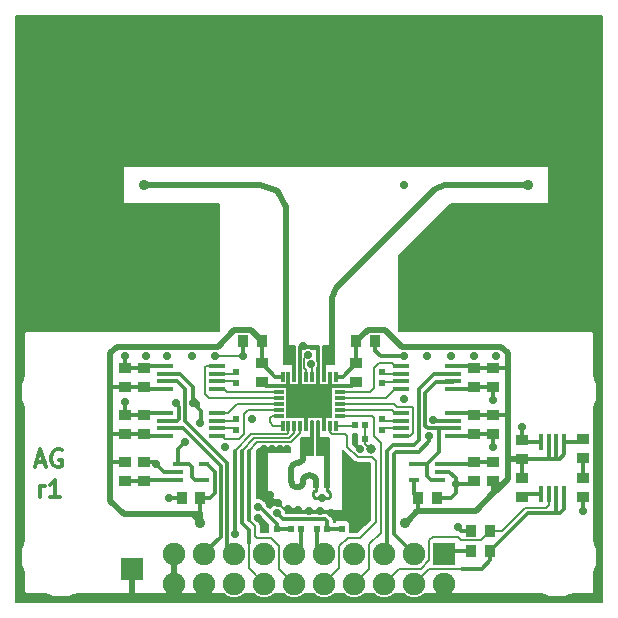
<source format=gtl>
G04 #@! TF.GenerationSoftware,KiCad,Pcbnew,no-vcs-found-e79f978~58~ubuntu14.04.1*
G04 #@! TF.CreationDate,2017-05-18T21:28:03+01:00*
G04 #@! TF.ProjectId,bikedar,62696B656461722E6B696361645F7063,rev?*
G04 #@! TF.FileFunction,Copper,L1,Top,Signal*
G04 #@! TF.FilePolarity,Positive*
%FSLAX46Y46*%
G04 Gerber Fmt 4.6, Leading zero omitted, Abs format (unit mm)*
G04 Created by KiCad (PCBNEW no-vcs-found-e79f978~58~ubuntu14.04.1) date Thu May 18 21:28:03 2017*
%MOMM*%
%LPD*%
G01*
G04 APERTURE LIST*
%ADD10C,0.100000*%
%ADD11C,0.300000*%
%ADD12C,0.900000*%
%ADD13R,1.000000X0.950000*%
%ADD14R,0.950000X1.000000*%
%ADD15R,0.620000X0.620000*%
%ADD16R,0.950000X0.400000*%
%ADD17C,0.800000*%
%ADD18R,1.900000X1.900000*%
%ADD19C,1.900000*%
%ADD20R,1.450000X0.450000*%
%ADD21R,0.450000X1.450000*%
%ADD22R,0.300000X0.850000*%
%ADD23R,0.850000X0.300000*%
%ADD24C,0.700000*%
%ADD25R,3.900000X2.900000*%
%ADD26C,0.200000*%
%ADD27C,0.150000*%
%ADD28C,0.500000*%
%ADD29C,0.280000*%
G04 APERTURE END LIST*
D10*
D11*
X51892857Y-87975000D02*
X52607142Y-87975000D01*
X51750000Y-88403571D02*
X52250000Y-86903571D01*
X52750000Y-88403571D01*
X54035714Y-86975000D02*
X53892857Y-86903571D01*
X53678571Y-86903571D01*
X53464285Y-86975000D01*
X53321428Y-87117857D01*
X53250000Y-87260714D01*
X53178571Y-87546428D01*
X53178571Y-87760714D01*
X53250000Y-88046428D01*
X53321428Y-88189285D01*
X53464285Y-88332142D01*
X53678571Y-88403571D01*
X53821428Y-88403571D01*
X54035714Y-88332142D01*
X54107142Y-88260714D01*
X54107142Y-87760714D01*
X53821428Y-87760714D01*
X52178571Y-90953571D02*
X52178571Y-89953571D01*
X52178571Y-90239285D02*
X52250000Y-90096428D01*
X52321428Y-90025000D01*
X52464285Y-89953571D01*
X52607142Y-89953571D01*
X53892857Y-90953571D02*
X53035714Y-90953571D01*
X53464285Y-90953571D02*
X53464285Y-89453571D01*
X53321428Y-89667857D01*
X53178571Y-89810714D01*
X53035714Y-89882142D01*
D12*
X93500000Y-64500000D03*
D13*
X59400000Y-84000000D03*
X59400000Y-85600000D03*
X90600000Y-84000000D03*
X90600000Y-85600000D03*
X98200000Y-90950000D03*
X98200000Y-89350000D03*
X98200000Y-86050000D03*
X98200000Y-87650000D03*
D14*
X79000000Y-77750000D03*
X80600000Y-77750000D03*
D15*
X79750000Y-86000000D03*
X78850000Y-86000000D03*
X68800000Y-84350000D03*
X68800000Y-85250000D03*
X81200000Y-80350000D03*
X81200000Y-81250000D03*
X81200000Y-85250000D03*
X81200000Y-84350000D03*
X68800000Y-80350000D03*
X68800000Y-81250000D03*
X72250000Y-93600000D03*
X71350000Y-93600000D03*
X77750000Y-93600000D03*
X78650000Y-93600000D03*
X76550000Y-93600000D03*
X75650000Y-93600000D03*
X74350000Y-93600000D03*
X73450000Y-93600000D03*
X75600000Y-89900000D03*
X76500000Y-89900000D03*
D13*
X93000000Y-86100000D03*
X93000000Y-87700000D03*
X79000000Y-79600000D03*
X79000000Y-81200000D03*
X61000000Y-88000000D03*
X61000000Y-89600000D03*
X59400000Y-88000000D03*
X59400000Y-89600000D03*
D14*
X65800000Y-91000000D03*
X64200000Y-91000000D03*
D16*
X63900000Y-88150000D03*
X63900000Y-88800000D03*
X63900000Y-89450000D03*
X66100000Y-89450000D03*
X66100000Y-88150000D03*
D13*
X90600000Y-80000000D03*
X90600000Y-81600000D03*
D17*
X80200000Y-86850000D03*
D18*
X60000000Y-97000000D03*
D14*
X90300000Y-93800000D03*
X88700000Y-93800000D03*
D18*
X86430000Y-95730000D03*
D19*
X86430000Y-98270000D03*
X83890000Y-95730000D03*
X83890000Y-98270000D03*
X81350000Y-95730000D03*
X81350000Y-98270000D03*
X78810000Y-95730000D03*
X78810000Y-98270000D03*
X76270000Y-95730000D03*
X76270000Y-98270000D03*
X73730000Y-95730000D03*
X73730000Y-98270000D03*
X71190000Y-95730000D03*
X71190000Y-98270000D03*
X68650000Y-95730000D03*
X68650000Y-98270000D03*
X66110000Y-95730000D03*
X66110000Y-98270000D03*
X63570000Y-95730000D03*
X63570000Y-98270000D03*
D15*
X79750000Y-84800000D03*
X78850000Y-84800000D03*
D13*
X90600000Y-88000000D03*
X90600000Y-89600000D03*
X89000000Y-88000000D03*
X89000000Y-89600000D03*
D14*
X88700000Y-95500000D03*
X90300000Y-95500000D03*
X84200000Y-91000000D03*
X85800000Y-91000000D03*
D13*
X61000000Y-80000000D03*
X61000000Y-81600000D03*
X93000000Y-90900000D03*
X93000000Y-89300000D03*
X59400000Y-81600000D03*
X59400000Y-80000000D03*
X71000000Y-81200000D03*
X71000000Y-79600000D03*
D14*
X71000000Y-77750000D03*
X69400000Y-77750000D03*
D13*
X89000000Y-85600000D03*
X89000000Y-84000000D03*
X89000000Y-80000000D03*
X89000000Y-81600000D03*
X61000000Y-85600000D03*
X61000000Y-84000000D03*
D20*
X67200000Y-81775000D03*
X67200000Y-81125000D03*
X67200000Y-80475000D03*
X67200000Y-79825000D03*
X62800000Y-79825000D03*
X62800000Y-80475000D03*
X62800000Y-81125000D03*
X62800000Y-81775000D03*
X62800000Y-85775000D03*
X62800000Y-85125000D03*
X62800000Y-84475000D03*
X62800000Y-83825000D03*
X67200000Y-83825000D03*
X67200000Y-84475000D03*
X67200000Y-85125000D03*
X67200000Y-85775000D03*
X82800000Y-79825000D03*
X82800000Y-80475000D03*
X82800000Y-81125000D03*
X82800000Y-81775000D03*
X87200000Y-81775000D03*
X87200000Y-81125000D03*
X87200000Y-80475000D03*
X87200000Y-79825000D03*
X87200000Y-83825000D03*
X87200000Y-84475000D03*
X87200000Y-85125000D03*
X87200000Y-85775000D03*
X82800000Y-85775000D03*
X82800000Y-85125000D03*
X82800000Y-84475000D03*
X82800000Y-83825000D03*
D21*
X96575000Y-86300000D03*
X95925000Y-86300000D03*
X95275000Y-86300000D03*
X94625000Y-86300000D03*
X94625000Y-90700000D03*
X95275000Y-90700000D03*
X95925000Y-90700000D03*
X96575000Y-90700000D03*
D22*
X77250000Y-80725000D03*
X76750000Y-80725000D03*
X76250000Y-80725000D03*
X75750000Y-80725000D03*
X75250000Y-80725000D03*
X74750000Y-80725000D03*
X74250000Y-80725000D03*
X73750000Y-80725000D03*
X73250000Y-80725000D03*
X72750000Y-80725000D03*
D23*
X72425000Y-81550000D03*
X72425000Y-82050000D03*
X72425000Y-82550000D03*
X72425000Y-83050000D03*
X72425000Y-83550000D03*
X72425000Y-84050000D03*
D22*
X72750000Y-84875000D03*
X73250000Y-84875000D03*
X73750000Y-84875000D03*
X74250000Y-84875000D03*
X74750000Y-84875000D03*
X75250000Y-84875000D03*
X75750000Y-84875000D03*
X76250000Y-84875000D03*
X76750000Y-84875000D03*
X77250000Y-84875000D03*
D23*
X77575000Y-84050000D03*
X77575000Y-83550000D03*
X77575000Y-83050000D03*
X77575000Y-82550000D03*
X77575000Y-82050000D03*
X77575000Y-81550000D03*
D24*
X76300000Y-82150000D03*
X75000000Y-82150000D03*
X73700000Y-82150000D03*
X76300000Y-83450000D03*
X75000000Y-83450000D03*
X73700000Y-83450000D03*
D25*
X75000000Y-82800000D03*
D16*
X86100000Y-89450000D03*
X86100000Y-88800000D03*
X86100000Y-88150000D03*
X83900000Y-88150000D03*
X83900000Y-89450000D03*
D12*
X61000000Y-64500000D03*
D24*
X79650000Y-88350000D03*
X74450000Y-78150000D03*
X90800000Y-79000000D03*
X70200000Y-84300000D03*
X67900000Y-86700000D03*
X70700000Y-92700000D03*
X55100000Y-99500000D03*
X52900000Y-99500000D03*
X94900000Y-99500000D03*
X97100000Y-99500000D03*
X50500000Y-83100000D03*
X50500000Y-80900000D03*
X50500000Y-97100000D03*
X50500000Y-94900000D03*
X99500000Y-97100000D03*
X99500000Y-94900000D03*
X99500000Y-83100000D03*
X99500000Y-80900000D03*
X89000000Y-99500000D03*
X91000000Y-99500000D03*
X93000000Y-99500000D03*
X99000000Y-99500000D03*
X99500000Y-99000000D03*
X99500000Y-93000000D03*
X99500000Y-91000000D03*
X99500000Y-89000000D03*
X99500000Y-87000000D03*
X99500000Y-85000000D03*
X99500000Y-79000000D03*
X99500000Y-77000000D03*
X99500000Y-75000000D03*
X99500000Y-73000000D03*
X99500000Y-71000000D03*
X99500000Y-69000000D03*
X99500000Y-67000000D03*
X99500000Y-65000000D03*
X99500000Y-63000000D03*
X99500000Y-61000000D03*
X99500000Y-59000000D03*
X99500000Y-57000000D03*
X99500000Y-55000000D03*
X99500000Y-53000000D03*
X99500000Y-51000000D03*
X63100000Y-91000000D03*
X83000000Y-50500000D03*
X67000000Y-68500000D03*
X90600000Y-82700000D03*
X59400000Y-82900000D03*
X90600000Y-86700000D03*
X98200000Y-92100000D03*
X93000000Y-85000000D03*
X65100000Y-78999992D03*
X61200000Y-79000000D03*
X63000000Y-79000000D03*
X83000000Y-82600000D03*
X87600000Y-93500000D03*
X78700000Y-90800000D03*
X78100000Y-91400000D03*
X78800000Y-90000000D03*
X78800000Y-88600000D03*
X79290000Y-86850000D03*
X73150000Y-86900000D03*
X72500000Y-86900000D03*
X71850000Y-86900000D03*
X71200000Y-86900000D03*
X75900000Y-92100000D03*
X75000000Y-92100000D03*
X74100000Y-92000000D03*
X89000000Y-79000000D03*
X87000000Y-79000000D03*
X85000000Y-79000000D03*
X83000000Y-79000000D03*
X69400000Y-79000000D03*
X67000000Y-79000000D03*
X83000000Y-76500000D03*
X83000000Y-74500000D03*
X83000000Y-72500000D03*
X83000000Y-70500000D03*
X67000000Y-70500000D03*
X67000000Y-72500000D03*
X67000000Y-74500000D03*
X67000000Y-76500000D03*
X83000000Y-64500000D03*
X83000000Y-62500000D03*
X83000000Y-60500000D03*
X83000000Y-58500000D03*
X83000000Y-56500000D03*
X83000000Y-54500000D03*
X83000000Y-52500000D03*
X67000000Y-66500000D03*
X67000000Y-62500000D03*
X67000000Y-60500000D03*
X67000000Y-58500000D03*
X67000000Y-56500000D03*
X67000000Y-54500000D03*
X67000000Y-52500000D03*
X61000000Y-99500000D03*
X59000000Y-99500000D03*
X57000000Y-99500000D03*
X51000000Y-99500000D03*
X50500000Y-99000000D03*
X50500000Y-93000000D03*
X50500000Y-91000000D03*
X50500000Y-89000000D03*
X50500000Y-87000000D03*
X50500000Y-85000000D03*
X50500000Y-79000000D03*
X67000000Y-50500000D03*
X50500000Y-51000000D03*
X50500000Y-53000000D03*
X50500000Y-55000000D03*
X50500000Y-57000000D03*
X50500000Y-59000000D03*
X50500000Y-61000000D03*
X50500000Y-63000000D03*
X50500000Y-65000000D03*
X50500000Y-67000000D03*
X50500000Y-69000000D03*
X50500000Y-71000000D03*
X50500000Y-73000000D03*
X50500000Y-75000000D03*
X50500000Y-77000000D03*
X79900000Y-92350000D03*
X79900000Y-89450000D03*
X79900000Y-91050000D03*
X78800000Y-89250000D03*
X78000000Y-92300000D03*
X76850000Y-92300000D03*
X73200000Y-91950000D03*
X72350000Y-91400000D03*
X71700000Y-90750000D03*
X71200000Y-89950000D03*
X71200000Y-89200000D03*
X71200000Y-88400000D03*
X71200000Y-87550000D03*
X78950000Y-92400000D03*
X59400000Y-78950000D03*
X62000000Y-88100000D03*
X87400000Y-89800000D03*
D12*
X83150000Y-93149996D03*
X65800000Y-93150000D03*
D24*
X75200000Y-79700000D03*
X72300000Y-92300000D03*
X74900000Y-78900000D03*
X70700000Y-91800000D03*
X68700000Y-94100000D03*
X85150000Y-85800000D03*
X85500000Y-84400000D03*
X65800000Y-84700000D03*
X64500000Y-86300000D03*
X65200000Y-83000000D03*
X63700000Y-83000000D03*
X76050000Y-91040000D03*
D26*
X74250000Y-80725000D02*
X74250000Y-78350000D01*
X74250000Y-78350000D02*
X74450000Y-78150000D01*
X75750000Y-78250000D02*
X75750000Y-79150000D01*
X74250000Y-78250000D02*
X75750000Y-78250000D01*
X74250000Y-80725000D02*
X74250000Y-78250000D01*
D27*
X75800000Y-80675000D02*
X75750000Y-80725000D01*
D11*
X71350000Y-93600000D02*
X71350000Y-93350000D01*
X71350000Y-93350000D02*
X70700000Y-92700000D01*
D27*
X76850000Y-92300000D02*
X76100000Y-92300000D01*
X76100000Y-92300000D02*
X75900000Y-92100000D01*
D26*
X52900000Y-99500000D02*
X55100000Y-99500000D01*
X94900000Y-99500000D02*
X93000000Y-99500000D01*
X99000000Y-99500000D02*
X97100000Y-99500000D01*
X50500000Y-83100000D02*
X50500000Y-85000000D01*
X50500000Y-94900000D02*
X50500000Y-97100000D01*
X99500000Y-97100000D02*
X99500000Y-99000000D01*
X99500000Y-93000000D02*
X99500000Y-94900000D01*
X99500000Y-83100000D02*
X99500000Y-81100000D01*
X99500000Y-81100000D02*
X99600000Y-81000000D01*
X91000000Y-99500000D02*
X89000000Y-99500000D01*
X99500000Y-89000000D02*
X99500000Y-91000000D01*
X99500000Y-85000000D02*
X99500000Y-87000000D01*
X99500000Y-77000000D02*
X99500000Y-79000000D01*
X99500000Y-73000000D02*
X99500000Y-75000000D01*
X99500000Y-69000000D02*
X99500000Y-71000000D01*
X99500000Y-65000000D02*
X99500000Y-67000000D01*
X99500000Y-61000000D02*
X99500000Y-63000000D01*
X99500000Y-57000000D02*
X99500000Y-59000000D01*
X99500000Y-53000000D02*
X99500000Y-55000000D01*
X99000000Y-50500000D02*
X99500000Y-51000000D01*
D28*
X63570000Y-95730000D02*
X63570000Y-98270000D01*
X60000000Y-99500000D02*
X59000000Y-99500000D01*
X60000000Y-97000000D02*
X60000000Y-99500000D01*
D11*
X64200000Y-91000000D02*
X63100000Y-91000000D01*
X67000000Y-70500000D02*
X67000000Y-68500000D01*
X78950000Y-92400000D02*
X78950000Y-93300000D01*
X78950000Y-93300000D02*
X78650000Y-93600000D01*
X90600000Y-81600000D02*
X90600000Y-82700000D01*
X89000000Y-81600000D02*
X90600000Y-81600000D01*
X87200000Y-81800000D02*
X88800000Y-81800000D01*
X88800000Y-81800000D02*
X89000000Y-81600000D01*
X59400000Y-84000000D02*
X59400000Y-82900000D01*
X61000000Y-84000000D02*
X59400000Y-84000000D01*
X90600000Y-85600000D02*
X90600000Y-86700000D01*
X90600000Y-85600000D02*
X89000000Y-85600000D01*
X98200000Y-90950000D02*
X98200000Y-92100000D01*
X80600000Y-77750000D02*
X80600000Y-78550000D01*
X80600000Y-78550000D02*
X81050000Y-79000000D01*
X81050000Y-79000000D02*
X82575736Y-79000000D01*
X82575736Y-79000000D02*
X83000000Y-79000000D01*
X69400000Y-77750000D02*
X69400000Y-79000000D01*
X88700000Y-95500000D02*
X86660000Y-95500000D01*
X86660000Y-95500000D02*
X86430000Y-95730000D01*
X88700000Y-93800000D02*
X87900000Y-93800000D01*
X87900000Y-93800000D02*
X87600000Y-93500000D01*
D26*
X78100000Y-91400000D02*
X78700000Y-90800000D01*
X78000000Y-92300000D02*
X78000000Y-91500000D01*
X78450000Y-91050000D02*
X78399999Y-91100001D01*
X79900000Y-91050000D02*
X78450000Y-91050000D01*
X78399999Y-91100001D02*
X78100000Y-91400000D01*
X78000000Y-91500000D02*
X78100000Y-91400000D01*
X78800000Y-89250000D02*
X78800000Y-90000000D01*
X78800000Y-89250000D02*
X78800000Y-88600000D01*
X78850000Y-86000000D02*
X78850000Y-86410000D01*
X78850000Y-86410000D02*
X79290000Y-86850000D01*
D27*
X71850000Y-86900000D02*
X72500000Y-86900000D01*
X71200000Y-87550000D02*
X71200000Y-86900000D01*
D26*
X75000000Y-92100000D02*
X75900000Y-92100000D01*
X73200000Y-91950000D02*
X74050000Y-91950000D01*
X74050000Y-91950000D02*
X74100000Y-92000000D01*
X50500000Y-79000000D02*
X50500000Y-80900000D01*
X50500000Y-80900000D02*
X50400000Y-81000000D01*
X73200000Y-91950000D02*
X72900000Y-91950000D01*
X72900000Y-91950000D02*
X72350000Y-91400000D01*
X67000000Y-79000000D02*
X69400000Y-79000000D01*
D11*
X83000000Y-74500000D02*
X83000000Y-76500000D01*
X83000000Y-70500000D02*
X83000000Y-72500000D01*
X67000000Y-72500000D02*
X67000000Y-70500000D01*
X67000000Y-76500000D02*
X67000000Y-74500000D01*
X83000000Y-58500000D02*
X83000000Y-60500000D01*
X83000000Y-54500000D02*
X83000000Y-56500000D01*
X83000000Y-50500000D02*
X83000000Y-52500000D01*
X67000000Y-58500000D02*
X67000000Y-60500000D01*
X67000000Y-54500000D02*
X67000000Y-56500000D01*
X67000000Y-50500000D02*
X67000000Y-52500000D01*
D26*
X57000000Y-99500000D02*
X59000000Y-99500000D01*
X50500000Y-99000000D02*
X51000000Y-99500000D01*
X50500000Y-91000000D02*
X50500000Y-93000000D01*
X50500000Y-87000000D02*
X50500000Y-89000000D01*
X50500000Y-53000000D02*
X50500000Y-51000000D01*
X50500000Y-57000000D02*
X50500000Y-55000000D01*
X50500000Y-61000000D02*
X50500000Y-59000000D01*
X50500000Y-65000000D02*
X50500000Y-63000000D01*
X50500000Y-69000000D02*
X50500000Y-67000000D01*
X50500000Y-73000000D02*
X50500000Y-71000000D01*
X50500000Y-77000000D02*
X50500000Y-75000000D01*
X79900000Y-91050000D02*
X79900000Y-92350000D01*
X78950000Y-92400000D02*
X76950000Y-92400000D01*
X76950000Y-92400000D02*
X76850000Y-92300000D01*
X71200000Y-89950000D02*
X71200000Y-90250000D01*
X71200000Y-90250000D02*
X71700000Y-90750000D01*
X71200000Y-88400000D02*
X71200000Y-89200000D01*
D27*
X74250000Y-80450000D02*
X74250000Y-80725000D01*
X74174999Y-80374999D02*
X74250000Y-80450000D01*
D11*
X72425000Y-81550000D02*
X71350000Y-81550000D01*
X71350000Y-81550000D02*
X71000000Y-81200000D01*
X77575000Y-81550000D02*
X78650000Y-81550000D01*
X78650000Y-81550000D02*
X79000000Y-81200000D01*
X59400000Y-80000000D02*
X59400000Y-78950000D01*
X93000000Y-86100000D02*
X93000000Y-85000000D01*
X94625000Y-86300000D02*
X93200000Y-86300000D01*
X93200000Y-86300000D02*
X93000000Y-86100000D01*
X86810000Y-95350000D02*
X86430000Y-95730000D01*
X62700000Y-88800000D02*
X62000000Y-88100000D01*
D26*
X61900000Y-88000000D02*
X62000000Y-88100000D01*
D11*
X74750000Y-84875000D02*
X74750000Y-83050000D01*
X74750000Y-83050000D02*
X75000000Y-82800000D01*
X76250000Y-84875000D02*
X76250000Y-83500000D01*
X76250000Y-83500000D02*
X76300000Y-83450000D01*
X77575000Y-81550000D02*
X76250000Y-81550000D01*
X76250000Y-81550000D02*
X75000000Y-82800000D01*
X76750000Y-80725000D02*
X76750000Y-81450000D01*
X76750000Y-81450000D02*
X75400000Y-82800000D01*
X75400000Y-82800000D02*
X75000000Y-82800000D01*
X75750000Y-80725000D02*
X75750000Y-82050000D01*
X75750000Y-82050000D02*
X75000000Y-82800000D01*
X74250000Y-80725000D02*
X74250000Y-82050000D01*
X74250000Y-82050000D02*
X75000000Y-82800000D01*
X72425000Y-81550000D02*
X73750000Y-81550000D01*
X73750000Y-81550000D02*
X75000000Y-82800000D01*
X73250000Y-80725000D02*
X73250000Y-81450000D01*
X73250000Y-81450000D02*
X74600000Y-82800000D01*
X74600000Y-82800000D02*
X75000000Y-82800000D01*
X61900000Y-88000000D02*
X61000000Y-88000000D01*
X63900000Y-88800000D02*
X62700000Y-88800000D01*
X89000000Y-89800000D02*
X87400000Y-89800000D01*
X87400000Y-90600000D02*
X87400000Y-89800000D01*
X87000000Y-91000000D02*
X87400000Y-90600000D01*
X85800000Y-91000000D02*
X87000000Y-91000000D01*
X87400000Y-89325000D02*
X87400000Y-89800000D01*
X86100000Y-88800000D02*
X86875000Y-88800000D01*
X86875000Y-88800000D02*
X87400000Y-89325000D01*
X87200000Y-85775000D02*
X88825000Y-85775000D01*
X88825000Y-85775000D02*
X89000000Y-85600000D01*
X61000000Y-80000000D02*
X59400000Y-80000000D01*
X62800000Y-79825000D02*
X61175000Y-79825000D01*
X61175000Y-79825000D02*
X61000000Y-80000000D01*
X62800000Y-83825000D02*
X61175000Y-83825000D01*
X61175000Y-83825000D02*
X61000000Y-84000000D01*
X90600000Y-88000000D02*
X89000000Y-88000000D01*
X86100000Y-88150000D02*
X88950000Y-88150000D01*
X88950000Y-88150000D02*
X89000000Y-88200000D01*
D28*
X59300000Y-92400000D02*
X65200000Y-92400000D01*
X65200000Y-92400000D02*
X65400000Y-92400000D01*
X65800000Y-93150000D02*
X65800000Y-93000000D01*
X65800000Y-93000000D02*
X65200000Y-92400000D01*
D11*
X96575000Y-86300000D02*
X97950000Y-86300000D01*
X97950000Y-86300000D02*
X98200000Y-86050000D01*
X87200000Y-79850000D02*
X88850000Y-79850000D01*
X88850000Y-79850000D02*
X89000000Y-80000000D01*
X90600000Y-80000000D02*
X89000000Y-80000000D01*
D28*
X91800000Y-80000000D02*
X91800000Y-80400000D01*
X91800000Y-78800000D02*
X91800000Y-80000000D01*
D11*
X91800000Y-80000000D02*
X90600000Y-80000000D01*
X59400000Y-85600000D02*
X61000000Y-85600000D01*
X58150000Y-85600000D02*
X59400000Y-85600000D01*
X90600000Y-84000000D02*
X89000000Y-84000000D01*
X91800000Y-84000000D02*
X90600000Y-84000000D01*
D28*
X91800000Y-89400000D02*
X91800000Y-87900000D01*
X91800000Y-87900000D02*
X91800000Y-87750000D01*
X93000000Y-87700000D02*
X92000000Y-87700000D01*
X92000000Y-87700000D02*
X91800000Y-87900000D01*
X81450000Y-76750000D02*
X79975000Y-76750000D01*
X79975000Y-76750000D02*
X79000000Y-77725000D01*
X82900000Y-78200000D02*
X81450000Y-76750000D01*
X91236002Y-78200000D02*
X82900000Y-78200000D01*
X91800000Y-78800000D02*
X91800000Y-78763998D01*
X91800000Y-78763998D02*
X91236002Y-78200000D01*
X58700000Y-78200000D02*
X58150000Y-78750000D01*
X58150000Y-78750000D02*
X58150000Y-81600000D01*
X67254998Y-78200000D02*
X58700000Y-78200000D01*
X70075000Y-76800000D02*
X68654998Y-76800000D01*
X68654998Y-76800000D02*
X67254998Y-78200000D01*
X71000000Y-77725000D02*
X70075000Y-76800000D01*
D11*
X91850000Y-87700000D02*
X91800000Y-87750000D01*
D28*
X91800000Y-87750000D02*
X91800000Y-84000000D01*
D11*
X93000000Y-87700000D02*
X93000000Y-89300000D01*
X79000000Y-77750000D02*
X79000000Y-77725000D01*
X79000000Y-79600000D02*
X79000000Y-77750000D01*
X71000000Y-77725000D02*
X71000000Y-77750000D01*
X71000000Y-78750000D02*
X71000000Y-77750000D01*
D28*
X90900000Y-90300000D02*
X91400000Y-89800000D01*
X91400000Y-89800000D02*
X91800000Y-89400000D01*
D11*
X90600000Y-89800000D02*
X91400000Y-89800000D01*
D28*
X89100000Y-92100000D02*
X90600000Y-90600000D01*
X90600000Y-90600000D02*
X90900000Y-90300000D01*
D11*
X90600000Y-89800000D02*
X90600000Y-90600000D01*
X90600000Y-89800000D02*
X90600000Y-90000000D01*
X90600000Y-90000000D02*
X90900000Y-90300000D01*
D28*
X84150000Y-92100000D02*
X89100000Y-92100000D01*
D11*
X93000000Y-89300000D02*
X92975000Y-89300000D01*
X79000000Y-79600000D02*
X79025000Y-79600000D01*
D28*
X91800000Y-80400000D02*
X91800000Y-80700000D01*
X91800000Y-80700000D02*
X91800000Y-84000000D01*
D11*
X83900000Y-89450000D02*
X83900000Y-90700000D01*
X83900000Y-90700000D02*
X84200000Y-91000000D01*
D28*
X83449999Y-92849997D02*
X83150000Y-93149996D01*
X84150000Y-92149996D02*
X83449999Y-92849997D01*
D11*
X84150000Y-92100000D02*
X84150000Y-92149996D01*
X77250000Y-80725000D02*
X77875000Y-80725000D01*
X77875000Y-80725000D02*
X79000000Y-79600000D01*
X72750000Y-80725000D02*
X72125000Y-80725000D01*
X72125000Y-80725000D02*
X71000000Y-79600000D01*
X71000000Y-78750000D02*
X71000000Y-79600000D01*
X58600000Y-81600000D02*
X58150000Y-81600000D01*
D28*
X58150000Y-81600000D02*
X58150000Y-83000000D01*
D11*
X59400000Y-81600000D02*
X58600000Y-81600000D01*
X67000000Y-90575000D02*
X67000000Y-88775000D01*
X67000000Y-88775000D02*
X66375000Y-88150000D01*
X66375000Y-88150000D02*
X66100000Y-88150000D01*
X65800000Y-91000000D02*
X66575000Y-91000000D01*
X66575000Y-91000000D02*
X67000000Y-90575000D01*
D28*
X65800000Y-93150000D02*
X65800000Y-92725736D01*
X65800000Y-92725736D02*
X65800000Y-92300000D01*
D11*
X84200000Y-91000000D02*
X84200000Y-92050000D01*
X84200000Y-92050000D02*
X84150000Y-92100000D01*
X93000000Y-87700000D02*
X95250000Y-87700000D01*
X95250000Y-87700000D02*
X95850000Y-87700000D01*
X95275000Y-86300000D02*
X95275000Y-87675000D01*
X95275000Y-87675000D02*
X95250000Y-87700000D01*
X95850000Y-87700000D02*
X96200000Y-87700000D01*
X95925000Y-87625000D02*
X95850000Y-87700000D01*
X95925000Y-86300000D02*
X95925000Y-87625000D01*
X96200000Y-87700000D02*
X96575000Y-87325000D01*
X96575000Y-87325000D02*
X96575000Y-86300000D01*
D28*
X65400000Y-92400000D02*
X65700000Y-92400000D01*
D11*
X65800000Y-91000000D02*
X65800000Y-92300000D01*
X65800000Y-92300000D02*
X65700000Y-92400000D01*
D28*
X58150000Y-83000000D02*
X58150000Y-85600000D01*
X58150000Y-85600000D02*
X58150000Y-88000000D01*
X58150000Y-88000000D02*
X58150000Y-91250000D01*
D11*
X59400000Y-88000000D02*
X58600000Y-88000000D01*
X58600000Y-88000000D02*
X58150000Y-88000000D01*
D28*
X58150000Y-91250000D02*
X59300000Y-92400000D01*
D11*
X87200000Y-83825000D02*
X88825000Y-83825000D01*
X88825000Y-83825000D02*
X89000000Y-84000000D01*
X62800000Y-85775000D02*
X61175000Y-85775000D01*
X61175000Y-85775000D02*
X61000000Y-85600000D01*
X61000000Y-81600000D02*
X59400000Y-81600000D01*
X62800000Y-81775000D02*
X61175000Y-81775000D01*
X61175000Y-81775000D02*
X61000000Y-81600000D01*
D27*
X75250000Y-80725000D02*
X75250000Y-79750000D01*
X75250000Y-79750000D02*
X75200000Y-79700000D01*
D11*
X72800000Y-92800000D02*
X72300000Y-92300000D01*
X72800000Y-92800000D02*
X76360000Y-92800000D01*
X76360000Y-92800000D02*
X76550000Y-92990000D01*
X76550000Y-92990000D02*
X76550000Y-93600000D01*
X76550000Y-93600000D02*
X77750000Y-93600000D01*
D27*
X74600000Y-80000000D02*
X74600000Y-79200000D01*
X74600000Y-79200000D02*
X74900000Y-78900000D01*
X74750000Y-80150000D02*
X74600000Y-80000000D01*
X74750000Y-80725000D02*
X74750000Y-80150000D01*
D11*
X72250000Y-93250000D02*
X70800000Y-91800000D01*
X70800000Y-91800000D02*
X70700000Y-91800000D01*
X72250000Y-93600000D02*
X72250000Y-93250000D01*
X72250000Y-93600000D02*
X73450000Y-93600000D01*
D26*
X68050000Y-82050000D02*
X67775000Y-81775000D01*
X67775000Y-81775000D02*
X67200000Y-81775000D01*
X72425000Y-82050000D02*
X68050000Y-82050000D01*
X72425000Y-82550000D02*
X66550000Y-82550000D01*
X66550000Y-82550000D02*
X66200000Y-82200000D01*
X66200000Y-79900000D02*
X66275000Y-79825000D01*
X66200000Y-82200000D02*
X66200000Y-79900000D01*
X66275000Y-79825000D02*
X67200000Y-79825000D01*
X67200000Y-83825000D02*
X68125000Y-83825000D01*
X68125000Y-83825000D02*
X68900000Y-83050000D01*
X68900000Y-83050000D02*
X71800000Y-83050000D01*
X71800000Y-83050000D02*
X72425000Y-83050000D01*
X67675000Y-85775000D02*
X67900000Y-86000000D01*
X67900000Y-86000000D02*
X69100000Y-86000000D01*
X67200000Y-85775000D02*
X67675000Y-85775000D01*
X69500000Y-85600000D02*
X69100000Y-86000000D01*
X69500000Y-83900000D02*
X69500000Y-85600000D01*
X69850000Y-83550000D02*
X69500000Y-83900000D01*
X72425000Y-83550000D02*
X69850000Y-83550000D01*
X71700000Y-84600000D02*
X71975000Y-84875000D01*
X71975000Y-84875000D02*
X72750000Y-84875000D01*
X71700000Y-84200000D02*
X71700000Y-84600000D01*
X71850000Y-84050000D02*
X71700000Y-84200000D01*
X72425000Y-84050000D02*
X71850000Y-84050000D01*
D11*
X68700000Y-88250000D02*
X68700000Y-87000000D01*
D26*
X68700000Y-94100000D02*
X68700000Y-93800000D01*
X73250000Y-84875000D02*
X73250000Y-85500000D01*
X73250000Y-85500000D02*
X73150000Y-85600000D01*
X73150000Y-85600000D02*
X70100000Y-85600000D01*
X70100000Y-85600000D02*
X68700000Y-87000000D01*
D11*
X68700000Y-93800000D02*
X68700000Y-88250000D01*
X69300000Y-88450000D02*
X69300000Y-87000000D01*
D26*
X73750000Y-84875000D02*
X73750000Y-85500000D01*
X73750000Y-85500000D02*
X73300000Y-85950000D01*
X73300000Y-85950000D02*
X70350000Y-85950000D01*
X70350000Y-85950000D02*
X69300000Y-87000000D01*
D11*
X69900000Y-94800000D02*
X69900000Y-93700000D01*
X69300000Y-93100000D02*
X69300000Y-88450000D01*
X69900000Y-93700000D02*
X69300000Y-93100000D01*
D26*
X69900000Y-94800000D02*
X69900000Y-96980000D01*
X69900000Y-96980000D02*
X71190000Y-98270000D01*
D11*
X69900000Y-92900000D02*
X69900000Y-87900000D01*
X69900000Y-87900000D02*
X69900000Y-87000000D01*
D26*
X74250000Y-84875000D02*
X74250000Y-85494988D01*
X74250000Y-85494988D02*
X73444988Y-86300000D01*
X73444988Y-86300000D02*
X70600000Y-86300000D01*
X70600000Y-86300000D02*
X69900000Y-87000000D01*
X70400000Y-94200000D02*
X70400000Y-93400000D01*
X70400000Y-93400000D02*
X69900000Y-92900000D01*
X70600000Y-94400000D02*
X70400000Y-94200000D01*
X71800000Y-94400000D02*
X70600000Y-94400000D01*
X72475000Y-95075000D02*
X71800000Y-94400000D01*
X72475000Y-97015000D02*
X72475000Y-95075000D01*
X73730000Y-98270000D02*
X72475000Y-97015000D01*
X76750000Y-84875000D02*
X76750000Y-85400002D01*
X78240000Y-86670000D02*
X79110000Y-87540000D01*
X80340000Y-87540000D02*
X80650000Y-87850000D01*
X80650000Y-87850000D02*
X80650000Y-93050000D01*
X76750000Y-85400002D02*
X76909998Y-85560000D01*
X76909998Y-85560000D02*
X78060000Y-85560000D01*
X78060000Y-85560000D02*
X78240000Y-85740000D01*
X78240000Y-85740000D02*
X78240000Y-86670000D01*
X80650000Y-93050000D02*
X79300000Y-94400000D01*
X78250000Y-94400000D02*
X77550000Y-95100000D01*
X77550000Y-96950000D02*
X76270000Y-98230000D01*
X76270000Y-98230000D02*
X76270000Y-98270000D01*
X79110000Y-87540000D02*
X80340000Y-87540000D01*
X79300000Y-94400000D02*
X78250000Y-94400000D01*
X77550000Y-95100000D02*
X77550000Y-96950000D01*
X77250000Y-84875000D02*
X78775000Y-84875000D01*
X78775000Y-84875000D02*
X78850000Y-84800000D01*
D27*
X77250000Y-84875000D02*
X77250000Y-85150000D01*
D26*
X77575000Y-84050000D02*
X80300000Y-84050000D01*
X80300000Y-84050000D02*
X80500000Y-84250000D01*
X80500000Y-84250000D02*
X80500000Y-85800000D01*
X81050000Y-86350000D02*
X81050000Y-93950000D01*
X80500000Y-85800000D02*
X81050000Y-86350000D01*
X81050000Y-93950000D02*
X80075000Y-94925000D01*
X80075000Y-94925000D02*
X80075000Y-97005000D01*
X80075000Y-97005000D02*
X78810000Y-98270000D01*
X82050000Y-83550000D02*
X82325000Y-83825000D01*
X82325000Y-83825000D02*
X82800000Y-83825000D01*
X77575000Y-83550000D02*
X82050000Y-83550000D01*
D27*
X82800000Y-83825000D02*
X82275000Y-83825000D01*
X82300000Y-83825000D02*
X82800000Y-83825000D01*
D26*
X83700000Y-83300000D02*
X83800000Y-83400000D01*
X83800000Y-83400000D02*
X83800000Y-85480002D01*
X82400000Y-83300000D02*
X83700000Y-83300000D01*
X82150000Y-83050000D02*
X82400000Y-83300000D01*
X77575000Y-83050000D02*
X82150000Y-83050000D01*
X82800000Y-85775000D02*
X83505002Y-85775000D01*
X83505002Y-85775000D02*
X83800000Y-85480002D01*
X81550000Y-82550000D02*
X82300000Y-81800000D01*
X77575000Y-82550000D02*
X81550000Y-82550000D01*
D27*
X82800000Y-81800000D02*
X82300000Y-81800000D01*
D26*
X82800000Y-79850000D02*
X82250000Y-79850000D01*
X82250000Y-79850000D02*
X82000000Y-79600000D01*
X80879998Y-79600000D02*
X80500000Y-79979998D01*
X82000000Y-79600000D02*
X80879998Y-79600000D01*
X80500000Y-79979998D02*
X80500000Y-81700000D01*
X80500000Y-81700000D02*
X80150000Y-82050000D01*
X80150000Y-82050000D02*
X77575000Y-82050000D01*
D27*
X82800000Y-79850000D02*
X82300000Y-79850000D01*
D11*
X94625000Y-90700000D02*
X93200000Y-90700000D01*
X93200000Y-90700000D02*
X93000000Y-90900000D01*
X93500000Y-92300000D02*
X95900000Y-92300000D01*
X95900000Y-92300000D02*
X95925000Y-92275000D01*
X95950000Y-92300000D02*
X96200000Y-92300000D01*
X95925000Y-90700000D02*
X95925000Y-92275000D01*
X95925000Y-92275000D02*
X95950000Y-92300000D01*
X96200000Y-92300000D02*
X96575000Y-91925000D01*
X96575000Y-91925000D02*
X96575000Y-90700000D01*
X93500000Y-92300000D02*
X90300000Y-95500000D01*
X90300000Y-95500000D02*
X90300000Y-96300000D01*
X90300000Y-96300000D02*
X89600000Y-97000000D01*
X89600000Y-97000000D02*
X87950000Y-97000000D01*
D26*
X83890000Y-98270000D02*
X85160000Y-97000000D01*
X85160000Y-97000000D02*
X87950000Y-97000000D01*
D11*
X83890000Y-95730000D02*
X82200000Y-94040000D01*
X82200000Y-94040000D02*
X82200000Y-87250000D01*
X82200000Y-87250000D02*
X82350000Y-87100000D01*
X82350000Y-87100000D02*
X84274264Y-87100000D01*
X84274264Y-87100000D02*
X85150000Y-86224264D01*
X85150000Y-86224264D02*
X85150000Y-85800000D01*
X85150000Y-85800000D02*
X85050000Y-85800000D01*
X87200000Y-84475000D02*
X85575000Y-84475000D01*
X85575000Y-84475000D02*
X85500000Y-84400000D01*
D26*
X82800000Y-85125000D02*
X81325000Y-85125000D01*
X81325000Y-85125000D02*
X81200000Y-85250000D01*
X82800000Y-84475000D02*
X81325000Y-84475000D01*
X81325000Y-84475000D02*
X81200000Y-84350000D01*
X82800000Y-80500000D02*
X81350000Y-80500000D01*
X81350000Y-80500000D02*
X81200000Y-80350000D01*
X82800000Y-81150000D02*
X81300000Y-81150000D01*
X81300000Y-81150000D02*
X81200000Y-81250000D01*
D11*
X81350000Y-95730000D02*
X81600000Y-95480000D01*
X81600000Y-95480000D02*
X81600000Y-87000000D01*
X81600000Y-87000000D02*
X82100000Y-86500000D01*
X82100000Y-86500000D02*
X83900000Y-86500000D01*
X83900000Y-86500000D02*
X84300000Y-86100000D01*
X84300000Y-86100000D02*
X84300000Y-81750000D01*
X84300000Y-81750000D02*
X85550000Y-80500000D01*
X85550000Y-80500000D02*
X87200000Y-80500000D01*
X62800000Y-85125000D02*
X64325000Y-85125000D01*
X66110000Y-95690000D02*
X66110000Y-95730000D01*
X64325000Y-85125000D02*
X67500000Y-88300000D01*
X67500000Y-88300000D02*
X67500000Y-94300000D01*
X67500000Y-94300000D02*
X66110000Y-95690000D01*
D26*
X67200000Y-84475000D02*
X68675000Y-84475000D01*
X68675000Y-84475000D02*
X68800000Y-84350000D01*
X67200000Y-85125000D02*
X68675000Y-85125000D01*
X68675000Y-85125000D02*
X68800000Y-85250000D01*
X67200000Y-81125000D02*
X68675000Y-81125000D01*
X68675000Y-81125000D02*
X68800000Y-81250000D01*
X67200000Y-80475000D02*
X68675000Y-80475000D01*
X68675000Y-80475000D02*
X68800000Y-80350000D01*
D11*
X75650000Y-93600000D02*
X75650000Y-95110000D01*
X75650000Y-95110000D02*
X76270000Y-95730000D01*
X74350000Y-93600000D02*
X74350000Y-95110000D01*
X74350000Y-95110000D02*
X73730000Y-95730000D01*
X74150000Y-95310000D02*
X73730000Y-95730000D01*
X68650000Y-95730000D02*
X68050000Y-95130000D01*
X68050000Y-95130000D02*
X68050000Y-88050000D01*
X68050000Y-88050000D02*
X64500000Y-84500000D01*
X64500000Y-84500000D02*
X64500000Y-81800000D01*
X64500000Y-81800000D02*
X63825000Y-81125000D01*
X63825000Y-81125000D02*
X62800000Y-81125000D01*
D26*
X79750000Y-86000000D02*
X79750000Y-86400000D01*
X79750000Y-86400000D02*
X80200000Y-86850000D01*
X79750000Y-84800000D02*
X79750000Y-86000000D01*
X93250000Y-91850000D02*
X95050000Y-91850000D01*
X95050000Y-91850000D02*
X95275000Y-91625000D01*
X95275000Y-91625000D02*
X95275000Y-90700000D01*
X81350000Y-98270000D02*
X82620000Y-97000000D01*
X87600000Y-94300000D02*
X87899999Y-94599999D01*
X90300000Y-93825000D02*
X90300000Y-93800000D01*
X82620000Y-97000000D02*
X84450000Y-97000000D01*
X84450000Y-97000000D02*
X85150000Y-96300000D01*
X87899999Y-94599999D02*
X89525001Y-94599999D01*
X89525001Y-94599999D02*
X90300000Y-93825000D01*
X85150000Y-96300000D02*
X85150000Y-94600000D01*
X85150000Y-94600000D02*
X85450000Y-94300000D01*
X85450000Y-94300000D02*
X87600000Y-94300000D01*
X93250000Y-91850000D02*
X91300000Y-93800000D01*
X91300000Y-93800000D02*
X90300000Y-93800000D01*
D11*
X61000000Y-89600000D02*
X59400000Y-89600000D01*
X63900000Y-89450000D02*
X61150000Y-89450000D01*
X61150000Y-89450000D02*
X61000000Y-89600000D01*
X65800000Y-84700000D02*
X65824265Y-84675735D01*
X65824265Y-84675735D02*
X65824265Y-83624265D01*
X65824265Y-83624265D02*
X65600000Y-83400000D01*
X65600000Y-83000000D02*
X65600000Y-83400000D01*
X65600000Y-83400000D02*
X65200000Y-83000000D01*
X65200000Y-82600000D02*
X65600000Y-83000000D01*
X65200000Y-82600000D02*
X65200000Y-83000000D01*
X65200000Y-81600000D02*
X65200000Y-82600000D01*
X63900000Y-88150000D02*
X63900000Y-86900000D01*
X63900000Y-86900000D02*
X64500000Y-86300000D01*
X65100000Y-88400000D02*
X64850000Y-88150000D01*
X64850000Y-88150000D02*
X63900000Y-88150000D01*
X65100000Y-89225000D02*
X65100000Y-88400000D01*
X66100000Y-89450000D02*
X65325000Y-89450000D01*
X65325000Y-89450000D02*
X65100000Y-89225000D01*
X64075000Y-80475000D02*
X65200000Y-81600000D01*
X62800000Y-80475000D02*
X64075000Y-80475000D01*
X64000000Y-83300000D02*
X63700000Y-83000000D01*
X64000000Y-84300000D02*
X64000000Y-83300000D01*
X62800000Y-84475000D02*
X63825000Y-84475000D01*
X63825000Y-84475000D02*
X64000000Y-84300000D01*
X85025000Y-85125000D02*
X86000000Y-85125000D01*
X86000000Y-85125000D02*
X87200000Y-85125000D01*
X86000000Y-85300000D02*
X86000000Y-85125000D01*
X84800000Y-84900000D02*
X85025000Y-85125000D01*
X84800000Y-82100000D02*
X84800000Y-84900000D01*
X85750000Y-81150000D02*
X84800000Y-82100000D01*
X87200000Y-81150000D02*
X85750000Y-81150000D01*
X86000000Y-85300000D02*
X86000000Y-87100000D01*
X86000000Y-87100000D02*
X84950000Y-88150000D01*
X87200000Y-85125000D02*
X86175000Y-85125000D01*
X85000000Y-89125000D02*
X85000000Y-88200000D01*
X83900000Y-88150000D02*
X84950000Y-88150000D01*
X84950000Y-88150000D02*
X85000000Y-88200000D01*
X85325000Y-89450000D02*
X85000000Y-89125000D01*
X86100000Y-89450000D02*
X85325000Y-89450000D01*
D28*
X93500000Y-64500000D02*
X86500000Y-64500000D01*
X86500000Y-64500000D02*
X85650000Y-64850000D01*
X77300000Y-73200000D02*
X77128667Y-73616097D01*
X77128667Y-73616097D02*
X76950000Y-74050000D01*
X85650000Y-64850000D02*
X77300000Y-73200000D01*
X76950000Y-74050000D02*
X76950000Y-77500000D01*
D11*
X76950000Y-78375000D02*
X76950000Y-77500000D01*
X76250000Y-79075000D02*
X76950000Y-78375000D01*
X76250000Y-80725000D02*
X76250000Y-79075000D01*
D28*
X61000000Y-64500000D02*
X70800000Y-64500000D01*
X70800000Y-64500000D02*
X72350000Y-65000000D01*
X72350000Y-65000000D02*
X72394720Y-65089442D01*
X72394720Y-65089442D02*
X73050000Y-66400000D01*
X73050000Y-71826362D02*
X73050000Y-77500000D01*
X73050000Y-66400000D02*
X73050000Y-71826362D01*
D11*
X73050000Y-78325000D02*
X73050000Y-77500000D01*
X73750000Y-79025000D02*
X73050000Y-78325000D01*
X73750000Y-80000000D02*
X73750000Y-79025000D01*
X73750000Y-80725000D02*
X73750000Y-80000000D01*
D28*
X76500000Y-89900000D02*
X76500000Y-87874081D01*
X76500000Y-87874081D02*
X76500000Y-87550000D01*
X73620000Y-88230000D02*
X73560000Y-88320000D01*
X74500000Y-87550000D02*
X74460000Y-87750000D01*
X74560000Y-89360000D02*
X74610000Y-89270000D01*
X74130000Y-90080000D02*
X74220000Y-90050000D01*
X74460000Y-87750000D02*
X74410000Y-87840000D01*
X75590000Y-89490000D02*
X75600000Y-89590000D01*
X74220000Y-90050000D02*
X74310000Y-89990000D01*
X74410000Y-87840000D02*
X74340000Y-87910000D01*
X74070000Y-88050000D02*
X73970000Y-88050000D01*
X74870000Y-89120000D02*
X74970000Y-89100000D01*
X73930000Y-90090000D02*
X74030000Y-90100000D01*
X73590000Y-89890000D02*
X73660000Y-89970000D01*
X74260000Y-87980000D02*
X74170000Y-88030000D01*
X74340000Y-87910000D02*
X74260000Y-87980000D01*
X74170000Y-88030000D02*
X74070000Y-88050000D01*
X73520000Y-88410000D02*
X73500000Y-88510000D01*
X75600000Y-89590000D02*
X75600000Y-89900000D01*
X73970000Y-88050000D02*
X73870000Y-88070000D01*
X74380000Y-89920000D02*
X74440000Y-89840000D01*
X73870000Y-88070000D02*
X73780000Y-88110000D01*
X73560000Y-88320000D02*
X73520000Y-88410000D01*
X73780000Y-88110000D02*
X73690000Y-88160000D01*
X75170000Y-89110000D02*
X75270000Y-89130000D01*
X73690000Y-88160000D02*
X73620000Y-88230000D01*
X73500000Y-88510000D02*
X73500000Y-89600000D01*
X73500000Y-89600000D02*
X73510000Y-89700000D01*
X73660000Y-89970000D02*
X73740000Y-90030000D01*
X73510000Y-89700000D02*
X73540000Y-89800000D01*
X75360000Y-89170000D02*
X75440000Y-89230000D01*
X73540000Y-89800000D02*
X73590000Y-89890000D01*
X74500000Y-89650000D02*
X74520000Y-89450000D01*
X73740000Y-90030000D02*
X73830000Y-90070000D01*
X73830000Y-90070000D02*
X73930000Y-90090000D01*
X74520000Y-89450000D02*
X74560000Y-89360000D01*
X74030000Y-90100000D02*
X74130000Y-90080000D01*
X74310000Y-89990000D02*
X74380000Y-89920000D01*
X74440000Y-89840000D02*
X74480000Y-89750000D01*
X74480000Y-89750000D02*
X74500000Y-89650000D01*
X74610000Y-89270000D02*
X74690000Y-89210000D01*
X74970000Y-89100000D02*
X75070000Y-89100000D01*
X74690000Y-89210000D02*
X74780000Y-89160000D01*
X75270000Y-89130000D02*
X75360000Y-89170000D01*
X74780000Y-89160000D02*
X74870000Y-89120000D01*
X75070000Y-89100000D02*
X75170000Y-89110000D01*
X75440000Y-89230000D02*
X75510000Y-89300000D01*
X75510000Y-89300000D02*
X75560000Y-89390000D01*
X75560000Y-89390000D02*
X75590000Y-89490000D01*
D29*
X75600000Y-89900000D02*
X75590000Y-90390000D01*
X75680000Y-91040000D02*
X76030000Y-91040000D01*
X75590000Y-90390000D02*
X75542913Y-90406816D01*
X75542913Y-90406816D02*
X75450000Y-90440000D01*
X75290000Y-90680000D02*
X75310000Y-90830000D01*
X75310000Y-90830000D02*
X75390000Y-90960000D01*
X75450000Y-90440000D02*
X75330000Y-90540000D01*
X75330000Y-90540000D02*
X75290000Y-90680000D01*
X75390000Y-90960000D02*
X75530000Y-91030000D01*
X75530000Y-91030000D02*
X75579889Y-91033325D01*
X75579889Y-91033325D02*
X75680000Y-91040000D01*
X76030000Y-91040000D02*
X76050000Y-91040000D01*
X76500000Y-89900000D02*
X76500000Y-90390000D01*
X76810000Y-90770000D02*
X76776367Y-90864173D01*
X76500000Y-90390000D02*
X76547087Y-90406816D01*
X76547087Y-90406816D02*
X76640000Y-90440000D01*
X76640000Y-90440000D02*
X76800000Y-90620000D01*
X76800000Y-90620000D02*
X76809977Y-90769667D01*
X76809977Y-90769667D02*
X76810000Y-90770000D01*
X76776367Y-90864173D02*
X76760000Y-90910000D01*
X76490000Y-91040000D02*
X76090000Y-91040000D01*
X76760000Y-90910000D02*
X76640000Y-91000000D01*
X76640000Y-91000000D02*
X76490000Y-91040000D01*
X76090000Y-91040000D02*
X76050000Y-91040000D01*
D26*
X75250000Y-84875000D02*
X75250000Y-86800000D01*
X75250000Y-86800000D02*
X74500000Y-87550000D01*
D28*
X75580000Y-89900000D02*
X75600000Y-89900000D01*
D26*
X75750000Y-84875000D02*
X75750000Y-86800000D01*
X75750000Y-86800000D02*
X76500000Y-87550000D01*
D11*
X98200000Y-87650000D02*
X98200000Y-89350000D01*
D27*
G36*
X73225000Y-78100000D02*
X73230709Y-78128701D01*
X73246967Y-78153033D01*
X73271299Y-78169291D01*
X73300000Y-78175000D01*
X73825000Y-78175000D01*
X73825000Y-81075000D01*
X73675000Y-81075000D01*
X73675000Y-79750000D01*
X73669291Y-79721299D01*
X73653033Y-79696967D01*
X73628701Y-79680709D01*
X73600000Y-79675000D01*
X72875000Y-79675000D01*
X72875000Y-77575000D01*
X73225000Y-77575000D01*
X73225000Y-78100000D01*
X73225000Y-78100000D01*
G37*
X73225000Y-78100000D02*
X73230709Y-78128701D01*
X73246967Y-78153033D01*
X73271299Y-78169291D01*
X73300000Y-78175000D01*
X73825000Y-78175000D01*
X73825000Y-81075000D01*
X73675000Y-81075000D01*
X73675000Y-79750000D01*
X73669291Y-79721299D01*
X73653033Y-79696967D01*
X73628701Y-79680709D01*
X73600000Y-79675000D01*
X72875000Y-79675000D01*
X72875000Y-77575000D01*
X73225000Y-77575000D01*
X73225000Y-78100000D01*
G36*
X77125000Y-79675000D02*
X76400000Y-79675000D01*
X76371299Y-79680709D01*
X76346967Y-79696967D01*
X76330709Y-79721299D01*
X76325000Y-79750000D01*
X76325000Y-81075000D01*
X76175000Y-81075000D01*
X76175000Y-78175000D01*
X76700000Y-78175000D01*
X76728701Y-78169291D01*
X76753033Y-78153033D01*
X76769291Y-78128701D01*
X76775000Y-78100000D01*
X76775000Y-77575000D01*
X77125000Y-77575000D01*
X77125000Y-79675000D01*
X77125000Y-79675000D01*
G37*
X77125000Y-79675000D02*
X76400000Y-79675000D01*
X76371299Y-79680709D01*
X76346967Y-79696967D01*
X76330709Y-79721299D01*
X76325000Y-79750000D01*
X76325000Y-81075000D01*
X76175000Y-81075000D01*
X76175000Y-78175000D01*
X76700000Y-78175000D01*
X76728701Y-78169291D01*
X76753033Y-78153033D01*
X76769291Y-78128701D01*
X76775000Y-78100000D01*
X76775000Y-77575000D01*
X77125000Y-77575000D01*
X77125000Y-79675000D01*
G36*
X75825000Y-85850000D02*
X75830709Y-85878701D01*
X75846967Y-85903033D01*
X75871299Y-85919291D01*
X75900000Y-85925000D01*
X76675000Y-85925000D01*
X76675000Y-87475000D01*
X76325000Y-87475000D01*
X76325000Y-87450000D01*
X76319291Y-87421299D01*
X76303033Y-87396967D01*
X76278701Y-87380709D01*
X76250000Y-87375000D01*
X75675000Y-87375000D01*
X75675000Y-84525000D01*
X75825000Y-84525000D01*
X75825000Y-85850000D01*
X75825000Y-85850000D01*
G37*
X75825000Y-85850000D02*
X75830709Y-85878701D01*
X75846967Y-85903033D01*
X75871299Y-85919291D01*
X75900000Y-85925000D01*
X76675000Y-85925000D01*
X76675000Y-87475000D01*
X76325000Y-87475000D01*
X76325000Y-87450000D01*
X76319291Y-87421299D01*
X76303033Y-87396967D01*
X76278701Y-87380709D01*
X76250000Y-87375000D01*
X75675000Y-87375000D01*
X75675000Y-84525000D01*
X75825000Y-84525000D01*
X75825000Y-85850000D01*
G36*
X75325000Y-87375000D02*
X74750000Y-87375000D01*
X74721299Y-87380709D01*
X74696967Y-87396967D01*
X74680709Y-87421299D01*
X74675000Y-87450000D01*
X74675000Y-87475000D01*
X74325000Y-87475000D01*
X74325000Y-85925000D01*
X75100000Y-85925000D01*
X75128701Y-85919291D01*
X75153033Y-85903033D01*
X75169291Y-85878701D01*
X75175000Y-85850000D01*
X75175000Y-84525000D01*
X75325000Y-84525000D01*
X75325000Y-87375000D01*
X75325000Y-87375000D01*
G37*
X75325000Y-87375000D02*
X74750000Y-87375000D01*
X74721299Y-87380709D01*
X74696967Y-87396967D01*
X74680709Y-87421299D01*
X74675000Y-87450000D01*
X74675000Y-87475000D01*
X74325000Y-87475000D01*
X74325000Y-85925000D01*
X75100000Y-85925000D01*
X75128701Y-85919291D01*
X75153033Y-85903033D01*
X75169291Y-85878701D01*
X75175000Y-85850000D01*
X75175000Y-84525000D01*
X75325000Y-84525000D01*
X75325000Y-87375000D01*
G36*
X75825000Y-80375000D02*
X75675000Y-80375000D01*
X75675000Y-80038293D01*
X75687177Y-80026137D01*
X75774900Y-79814876D01*
X75775100Y-79586127D01*
X75687746Y-79374714D01*
X75675000Y-79361946D01*
X75675000Y-78450000D01*
X75669291Y-78421299D01*
X75653033Y-78396967D01*
X75628701Y-78380709D01*
X75600000Y-78375000D01*
X75135049Y-78375000D01*
X75014876Y-78325100D01*
X74786127Y-78324900D01*
X74664876Y-78375000D01*
X74375000Y-78375000D01*
X74346299Y-78380709D01*
X74321967Y-78396967D01*
X74305709Y-78421299D01*
X74300000Y-78450000D01*
X74300000Y-80375000D01*
X74175000Y-80375000D01*
X74175000Y-78175000D01*
X75825000Y-78175000D01*
X75825000Y-80375000D01*
X75825000Y-80375000D01*
G37*
X75825000Y-80375000D02*
X75675000Y-80375000D01*
X75675000Y-80038293D01*
X75687177Y-80026137D01*
X75774900Y-79814876D01*
X75775100Y-79586127D01*
X75687746Y-79374714D01*
X75675000Y-79361946D01*
X75675000Y-78450000D01*
X75669291Y-78421299D01*
X75653033Y-78396967D01*
X75628701Y-78380709D01*
X75600000Y-78375000D01*
X75135049Y-78375000D01*
X75014876Y-78325100D01*
X74786127Y-78324900D01*
X74664876Y-78375000D01*
X74375000Y-78375000D01*
X74346299Y-78380709D01*
X74321967Y-78396967D01*
X74305709Y-78421299D01*
X74300000Y-78450000D01*
X74300000Y-80375000D01*
X74175000Y-80375000D01*
X74175000Y-78175000D01*
X75825000Y-78175000D01*
X75825000Y-80375000D01*
D26*
G36*
X99825000Y-99825000D02*
X50175000Y-99825000D01*
X50175000Y-82673335D01*
X50599411Y-82673335D01*
X50900000Y-83400815D01*
X50900000Y-94599675D01*
X50600591Y-95320731D01*
X50599411Y-96673335D01*
X50900000Y-97400815D01*
X50900000Y-99000000D01*
X50907612Y-99038268D01*
X50929289Y-99070711D01*
X50961732Y-99092388D01*
X51000000Y-99100000D01*
X52599675Y-99100000D01*
X53320731Y-99399409D01*
X54673335Y-99400589D01*
X55400815Y-99100000D01*
X67782976Y-99100000D01*
X67969367Y-99286717D01*
X68410258Y-99469791D01*
X68887647Y-99470207D01*
X69328857Y-99287903D01*
X69517089Y-99100000D01*
X70322976Y-99100000D01*
X70509367Y-99286717D01*
X70950258Y-99469791D01*
X71427647Y-99470207D01*
X71868857Y-99287903D01*
X72057089Y-99100000D01*
X72862976Y-99100000D01*
X73049367Y-99286717D01*
X73490258Y-99469791D01*
X73967647Y-99470207D01*
X74408857Y-99287903D01*
X74597089Y-99100000D01*
X75402976Y-99100000D01*
X75589367Y-99286717D01*
X76030258Y-99469791D01*
X76507647Y-99470207D01*
X76948857Y-99287903D01*
X77137089Y-99100000D01*
X77942976Y-99100000D01*
X78129367Y-99286717D01*
X78570258Y-99469791D01*
X79047647Y-99470207D01*
X79488857Y-99287903D01*
X79677089Y-99100000D01*
X80482976Y-99100000D01*
X80669367Y-99286717D01*
X81110258Y-99469791D01*
X81587647Y-99470207D01*
X82028857Y-99287903D01*
X82217089Y-99100000D01*
X83022976Y-99100000D01*
X83209367Y-99286717D01*
X83650258Y-99469791D01*
X84127647Y-99470207D01*
X84568857Y-99287903D01*
X84757089Y-99100000D01*
X94599675Y-99100000D01*
X95320731Y-99399409D01*
X96673335Y-99400589D01*
X97400815Y-99100000D01*
X99000000Y-99100000D01*
X99038268Y-99092388D01*
X99070711Y-99070711D01*
X99092388Y-99038268D01*
X99100000Y-99000000D01*
X99100000Y-97400325D01*
X99399409Y-96679269D01*
X99400589Y-95326665D01*
X99100000Y-94599185D01*
X99100000Y-83400325D01*
X99399409Y-82679269D01*
X99400589Y-81326665D01*
X99100000Y-80599185D01*
X99100000Y-77000000D01*
X99092388Y-76961732D01*
X99070711Y-76929289D01*
X99038268Y-76907612D01*
X99000000Y-76900000D01*
X82600000Y-76900000D01*
X82600000Y-70541422D01*
X87041422Y-66100000D01*
X95200000Y-66100000D01*
X95238268Y-66092388D01*
X95270711Y-66070711D01*
X95292388Y-66038268D01*
X95300000Y-66000000D01*
X95300000Y-63000000D01*
X95292388Y-62961732D01*
X95270711Y-62929289D01*
X95238268Y-62907612D01*
X95200000Y-62900000D01*
X59300000Y-62900000D01*
X59261732Y-62907612D01*
X59229289Y-62929289D01*
X59207612Y-62961732D01*
X59200000Y-63000000D01*
X59200000Y-66000000D01*
X59207612Y-66038268D01*
X59229289Y-66070711D01*
X59261732Y-66092388D01*
X59300000Y-66100000D01*
X67400000Y-66100000D01*
X67400000Y-76900000D01*
X51000000Y-76900000D01*
X50961732Y-76907612D01*
X50929289Y-76929289D01*
X50907612Y-76961732D01*
X50900000Y-77000000D01*
X50900000Y-80599675D01*
X50600591Y-81320731D01*
X50599411Y-82673335D01*
X50175000Y-82673335D01*
X50175000Y-50175000D01*
X99825000Y-50175000D01*
X99825000Y-99825000D01*
X99825000Y-99825000D01*
G37*
X99825000Y-99825000D02*
X50175000Y-99825000D01*
X50175000Y-82673335D01*
X50599411Y-82673335D01*
X50900000Y-83400815D01*
X50900000Y-94599675D01*
X50600591Y-95320731D01*
X50599411Y-96673335D01*
X50900000Y-97400815D01*
X50900000Y-99000000D01*
X50907612Y-99038268D01*
X50929289Y-99070711D01*
X50961732Y-99092388D01*
X51000000Y-99100000D01*
X52599675Y-99100000D01*
X53320731Y-99399409D01*
X54673335Y-99400589D01*
X55400815Y-99100000D01*
X67782976Y-99100000D01*
X67969367Y-99286717D01*
X68410258Y-99469791D01*
X68887647Y-99470207D01*
X69328857Y-99287903D01*
X69517089Y-99100000D01*
X70322976Y-99100000D01*
X70509367Y-99286717D01*
X70950258Y-99469791D01*
X71427647Y-99470207D01*
X71868857Y-99287903D01*
X72057089Y-99100000D01*
X72862976Y-99100000D01*
X73049367Y-99286717D01*
X73490258Y-99469791D01*
X73967647Y-99470207D01*
X74408857Y-99287903D01*
X74597089Y-99100000D01*
X75402976Y-99100000D01*
X75589367Y-99286717D01*
X76030258Y-99469791D01*
X76507647Y-99470207D01*
X76948857Y-99287903D01*
X77137089Y-99100000D01*
X77942976Y-99100000D01*
X78129367Y-99286717D01*
X78570258Y-99469791D01*
X79047647Y-99470207D01*
X79488857Y-99287903D01*
X79677089Y-99100000D01*
X80482976Y-99100000D01*
X80669367Y-99286717D01*
X81110258Y-99469791D01*
X81587647Y-99470207D01*
X82028857Y-99287903D01*
X82217089Y-99100000D01*
X83022976Y-99100000D01*
X83209367Y-99286717D01*
X83650258Y-99469791D01*
X84127647Y-99470207D01*
X84568857Y-99287903D01*
X84757089Y-99100000D01*
X94599675Y-99100000D01*
X95320731Y-99399409D01*
X96673335Y-99400589D01*
X97400815Y-99100000D01*
X99000000Y-99100000D01*
X99038268Y-99092388D01*
X99070711Y-99070711D01*
X99092388Y-99038268D01*
X99100000Y-99000000D01*
X99100000Y-97400325D01*
X99399409Y-96679269D01*
X99400589Y-95326665D01*
X99100000Y-94599185D01*
X99100000Y-83400325D01*
X99399409Y-82679269D01*
X99400589Y-81326665D01*
X99100000Y-80599185D01*
X99100000Y-77000000D01*
X99092388Y-76961732D01*
X99070711Y-76929289D01*
X99038268Y-76907612D01*
X99000000Y-76900000D01*
X82600000Y-76900000D01*
X82600000Y-70541422D01*
X87041422Y-66100000D01*
X95200000Y-66100000D01*
X95238268Y-66092388D01*
X95270711Y-66070711D01*
X95292388Y-66038268D01*
X95300000Y-66000000D01*
X95300000Y-63000000D01*
X95292388Y-62961732D01*
X95270711Y-62929289D01*
X95238268Y-62907612D01*
X95200000Y-62900000D01*
X59300000Y-62900000D01*
X59261732Y-62907612D01*
X59229289Y-62929289D01*
X59207612Y-62961732D01*
X59200000Y-63000000D01*
X59200000Y-66000000D01*
X59207612Y-66038268D01*
X59229289Y-66070711D01*
X59261732Y-66092388D01*
X59300000Y-66100000D01*
X67400000Y-66100000D01*
X67400000Y-76900000D01*
X51000000Y-76900000D01*
X50961732Y-76907612D01*
X50929289Y-76929289D01*
X50907612Y-76961732D01*
X50900000Y-77000000D01*
X50900000Y-80599675D01*
X50600591Y-81320731D01*
X50599411Y-82673335D01*
X50175000Y-82673335D01*
X50175000Y-50175000D01*
X99825000Y-50175000D01*
X99825000Y-99825000D01*
G36*
X70772246Y-92550063D02*
X71532164Y-93309981D01*
X71532164Y-93900000D01*
X70900000Y-93900000D01*
X70900000Y-93400000D01*
X70861940Y-93208658D01*
X70812007Y-93133928D01*
X70753554Y-93046447D01*
X70600000Y-92892894D01*
X70600000Y-92549913D01*
X70772246Y-92550063D01*
X70772246Y-92550063D01*
G37*
X70772246Y-92550063D02*
X71532164Y-93309981D01*
X71532164Y-93900000D01*
X70900000Y-93900000D01*
X70900000Y-93400000D01*
X70861940Y-93208658D01*
X70812007Y-93133928D01*
X70753554Y-93046447D01*
X70600000Y-92892894D01*
X70600000Y-92549913D01*
X70772246Y-92550063D01*
G36*
X77886447Y-87023553D02*
X78756447Y-87893554D01*
X78918658Y-88001940D01*
X79110000Y-88040000D01*
X80132894Y-88040000D01*
X80150000Y-88057107D01*
X80150000Y-92842893D01*
X79092894Y-93900000D01*
X78467836Y-93900000D01*
X78467836Y-93290000D01*
X78436791Y-93133928D01*
X78348384Y-93001616D01*
X78216072Y-92913209D01*
X78060000Y-92882164D01*
X77440000Y-92882164D01*
X77283928Y-92913209D01*
X77151616Y-93001616D01*
X77150000Y-93004035D01*
X77148384Y-93001616D01*
X77095250Y-92966113D01*
X77058134Y-92779524D01*
X77021225Y-92724286D01*
X76938909Y-92601091D01*
X76938906Y-92601089D01*
X76748909Y-92411091D01*
X76570476Y-92291866D01*
X76360000Y-92250000D01*
X73050044Y-92250000D01*
X73050130Y-92151470D01*
X73028863Y-92100000D01*
X77750000Y-92100000D01*
X77788268Y-92092388D01*
X77820711Y-92070711D01*
X77842388Y-92038268D01*
X77850000Y-92000000D01*
X77850000Y-86969007D01*
X77886447Y-87023553D01*
X77886447Y-87023553D01*
G37*
X77886447Y-87023553D02*
X78756447Y-87893554D01*
X78918658Y-88001940D01*
X79110000Y-88040000D01*
X80132894Y-88040000D01*
X80150000Y-88057107D01*
X80150000Y-92842893D01*
X79092894Y-93900000D01*
X78467836Y-93900000D01*
X78467836Y-93290000D01*
X78436791Y-93133928D01*
X78348384Y-93001616D01*
X78216072Y-92913209D01*
X78060000Y-92882164D01*
X77440000Y-92882164D01*
X77283928Y-92913209D01*
X77151616Y-93001616D01*
X77150000Y-93004035D01*
X77148384Y-93001616D01*
X77095250Y-92966113D01*
X77058134Y-92779524D01*
X77021225Y-92724286D01*
X76938909Y-92601091D01*
X76938906Y-92601089D01*
X76748909Y-92411091D01*
X76570476Y-92291866D01*
X76360000Y-92250000D01*
X73050044Y-92250000D01*
X73050130Y-92151470D01*
X73028863Y-92100000D01*
X77750000Y-92100000D01*
X77788268Y-92092388D01*
X77820711Y-92070711D01*
X77842388Y-92038268D01*
X77850000Y-92000000D01*
X77850000Y-86969007D01*
X77886447Y-87023553D01*
G36*
X73400000Y-87150000D02*
X71500000Y-87150000D01*
X71461732Y-87157612D01*
X71429289Y-87179289D01*
X71407612Y-87211732D01*
X71400000Y-87250000D01*
X71400000Y-90500000D01*
X71407612Y-90538268D01*
X71429289Y-90570711D01*
X72408673Y-91550095D01*
X72151470Y-91549870D01*
X71875714Y-91663811D01*
X71664552Y-91874605D01*
X71660993Y-91883176D01*
X71450112Y-91672294D01*
X71450130Y-91651470D01*
X71336189Y-91375714D01*
X71125395Y-91164552D01*
X70849839Y-91050131D01*
X70600000Y-91049912D01*
X70600000Y-87007106D01*
X70807107Y-86800000D01*
X73400000Y-86800000D01*
X73400000Y-87150000D01*
X73400000Y-87150000D01*
G37*
X73400000Y-87150000D02*
X71500000Y-87150000D01*
X71461732Y-87157612D01*
X71429289Y-87179289D01*
X71407612Y-87211732D01*
X71400000Y-87250000D01*
X71400000Y-90500000D01*
X71407612Y-90538268D01*
X71429289Y-90570711D01*
X72408673Y-91550095D01*
X72151470Y-91549870D01*
X71875714Y-91663811D01*
X71664552Y-91874605D01*
X71660993Y-91883176D01*
X71450112Y-91672294D01*
X71450130Y-91651470D01*
X71336189Y-91375714D01*
X71125395Y-91164552D01*
X70849839Y-91050131D01*
X70600000Y-91049912D01*
X70600000Y-87007106D01*
X70807107Y-86800000D01*
X73400000Y-86800000D01*
X73400000Y-87150000D01*
G36*
X79032164Y-85690000D02*
X79032164Y-86310000D01*
X79063209Y-86466072D01*
X79151616Y-86598384D01*
X79283928Y-86686791D01*
X79362247Y-86702370D01*
X79396447Y-86753553D01*
X79400080Y-86757186D01*
X79399861Y-87008432D01*
X79412905Y-87040000D01*
X79317107Y-87040000D01*
X78740000Y-86462894D01*
X78740000Y-85740000D01*
X78712152Y-85600000D01*
X79050066Y-85600000D01*
X79032164Y-85690000D01*
X79032164Y-85690000D01*
G37*
X79032164Y-85690000D02*
X79032164Y-86310000D01*
X79063209Y-86466072D01*
X79151616Y-86598384D01*
X79283928Y-86686791D01*
X79362247Y-86702370D01*
X79396447Y-86753553D01*
X79400080Y-86757186D01*
X79399861Y-87008432D01*
X79412905Y-87040000D01*
X79317107Y-87040000D01*
X78740000Y-86462894D01*
X78740000Y-85740000D01*
X78712152Y-85600000D01*
X79050066Y-85600000D01*
X79032164Y-85690000D01*
M02*

</source>
